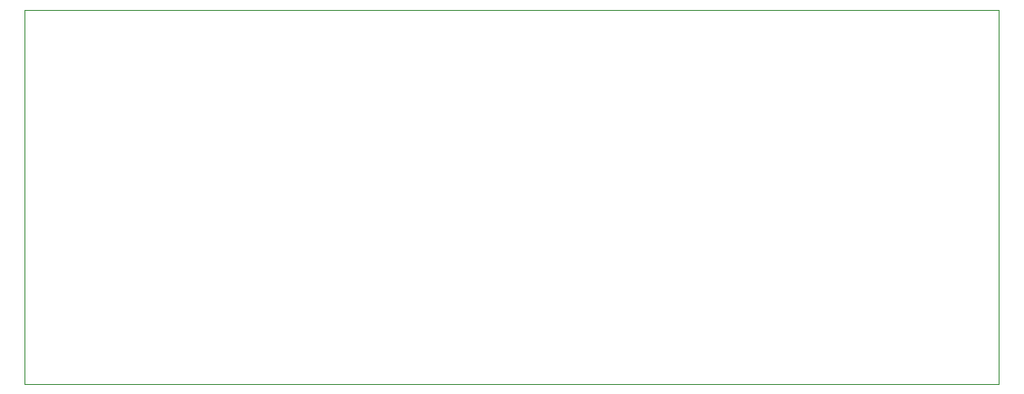
<source format=gko>
G04 Layer_Color=16720538*
%FSAX25Y25*%
%MOIN*%
G70*
G01*
G75*
%ADD72C,0.00394*%
D72*
X0107874Y0237795D02*
X0107874Y0100000D01*
X0107874Y0237795D02*
X0466142Y0237795D01*
X0466142Y0100000D02*
X0466142Y0237795D01*
X0107874Y0100000D02*
X0466142Y0100000D01*
M02*

</source>
